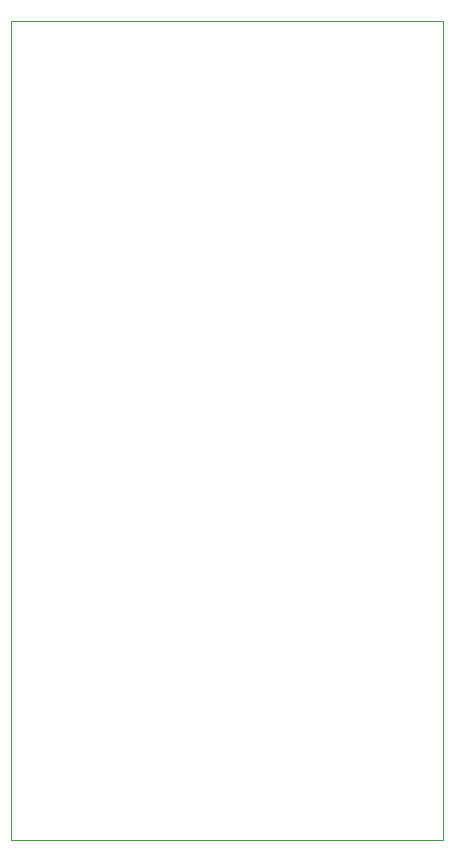
<source format=gm1>
%TF.GenerationSoftware,KiCad,Pcbnew,7.0.6-rc2-8-gf9e9ed53f9*%
%TF.CreationDate,2023-06-28T16:03:34-05:00*%
%TF.ProjectId,Tek P6860 Adapter v.2,54656b20-5036-4383-9630-204164617074,rev?*%
%TF.SameCoordinates,Original*%
%TF.FileFunction,Profile,NP*%
%FSLAX46Y46*%
G04 Gerber Fmt 4.6, Leading zero omitted, Abs format (unit mm)*
G04 Created by KiCad (PCBNEW 7.0.6-rc2-8-gf9e9ed53f9) date 2023-06-28 16:03:34*
%MOMM*%
%LPD*%
G01*
G04 APERTURE LIST*
%TA.AperFunction,Profile*%
%ADD10C,0.100000*%
%TD*%
G04 APERTURE END LIST*
D10*
X15240000Y-15240000D02*
X51816000Y-15240000D01*
X51816000Y-84582000D01*
X15240000Y-84582000D01*
X15240000Y-15240000D01*
M02*

</source>
